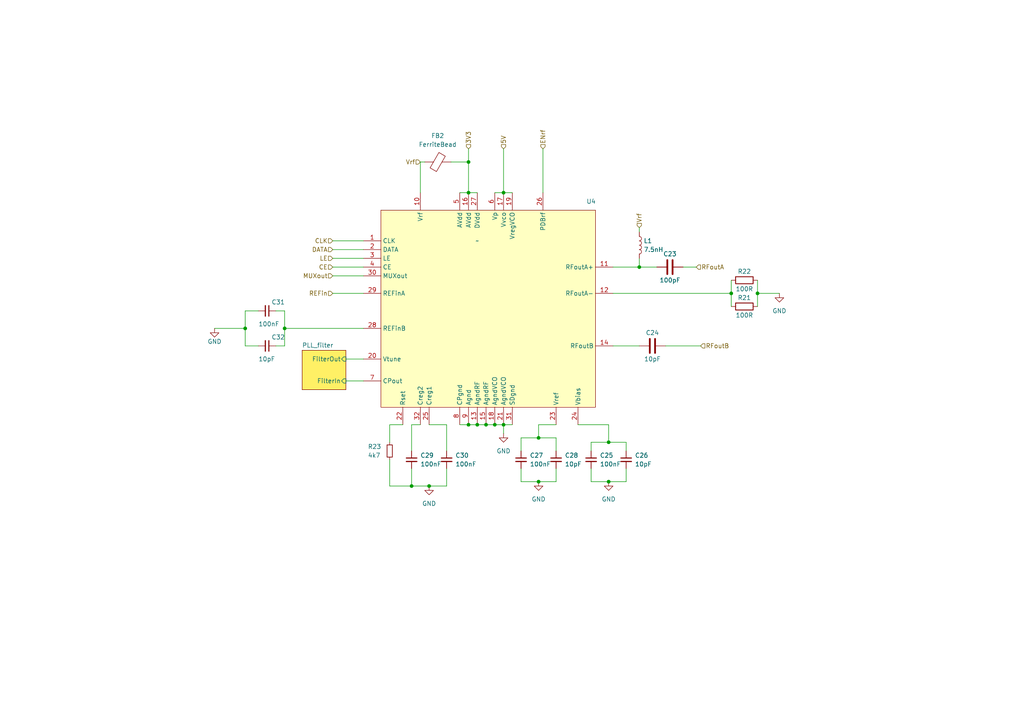
<source format=kicad_sch>
(kicad_sch (version 20230121) (generator eeschema)
  (paper "A4")
  (lib_symbols
    (symbol "ADF_5355_Lib:ADF5355"
      (property "Reference" "U" (at 44.45 35.56 0))
      (symbol "ADF5355_1_0"
        (pin passive line (at -35.56 20.32 0) (length 5.08) (name "CLK") (number "1"))
        (pin passive line (at -19.05 34.29 270) (length 5.08) (name "Vrf") (number "10"))
        (pin passive line (at 36.83 12.7 180) (length 5.08) (name "RFoutA+") (number "11"))
        (pin passive line (at 36.83 5.08 180) (length 5.08) (name "RFoutA-") (number "12"))
        (pin passive line (at -2.54 -33.02 90) (length 5.08) (name "AgndRF") (number "13"))
        (pin passive line (at 36.83 -10.16 180) (length 5.08) (name "RFoutB") (number "14"))
        (pin passive line (at 0 -33.02 90) (length 5.08) (name "AgndRF") (number "15"))
        (pin passive line (at -5.08 34.29 270) (length 5.08) (name "AVdd") (number "16"))
        (pin passive line (at 5.08 34.29 270) (length 5.08) (name "Vvco") (number "17"))
        (pin passive line (at 2.54 -33.02 90) (length 5.08) (name "AgndVCO") (number "18"))
        (pin passive line (at 7.62 34.29 270) (length 5.08) (name "VregVCO") (number "19"))
        (pin passive line (at -35.56 17.78 0) (length 5.08) (name "DATA") (number "2"))
        (pin passive line (at -35.56 -13.97 0) (length 5.08) (name "Vtune") (number "20"))
        (pin passive line (at 5.08 -33.02 90) (length 5.08) (name "AgndVCO") (number "21"))
        (pin passive line (at -24.13 -33.02 90) (length 5.08) (name "Rset") (number "22"))
        (pin passive line (at 20.32 -33.02 90) (length 5.08) (name "Vref") (number "23"))
        (pin passive line (at 26.67 -33.02 90) (length 5.08) (name "Vbias") (number "24"))
        (pin passive line (at -16.51 -33.02 90) (length 5.08) (name "Creg1") (number "25"))
        (pin passive line (at 16.51 34.29 270) (length 5.08) (name "PDBrf") (number "26"))
        (pin passive line (at -2.54 34.29 270) (length 5.08) (name "DVdd") (number "27"))
        (pin passive line (at -35.56 -5.08 0) (length 5.08) (name "REFinB") (number "28"))
        (pin passive line (at -35.56 5.08 0) (length 5.08) (name "REFinA") (number "29"))
        (pin passive line (at -35.56 15.24 0) (length 5.08) (name "LE") (number "3"))
        (pin passive line (at -35.56 10.16 0) (length 5.08) (name "MUXout") (number "30"))
        (pin passive line (at 7.62 -33.02 90) (length 5.08) (name "SDgnd") (number "31"))
        (pin passive line (at -19.05 -33.02 90) (length 5.08) (name "Creg2") (number "32"))
        (pin passive line (at -35.56 12.7 0) (length 5.08) (name "CE") (number "4"))
        (pin passive line (at -7.62 34.29 270) (length 5.08) (name "AVdd") (number "5"))
        (pin passive line (at 2.54 34.29 270) (length 5.08) (name "Vp") (number "6"))
        (pin passive line (at -35.56 -20.32 0) (length 5.08) (name "CPout") (number "7"))
        (pin passive line (at -7.62 -33.02 90) (length 5.08) (name "CPgnd") (number "8"))
        (pin passive line (at -5.08 -33.02 90) (length 5.08) (name "Agnd") (number "9"))
      )
      (symbol "ADF5355_1_1"
        (rectangle (start -30.48 29.21) (end 31.75 -27.94) (fill (type background)))
      )
    )
    (symbol "Device:C" (pin_numbers hide) (pin_names (offset 0.254))
      (property "Reference" "C" (at 0.635 2.54 0))
      (property "Value" "C" (at 0.635 -2.54 0))
      (symbol "C_0_1"
        (polyline (pts (xy -2.032 -0.762) (xy 2.032 -0.762)) (stroke (width 0.508)))
        (polyline (pts (xy -2.032 0.762) (xy 2.032 0.762)) (stroke (width 0.508)))
      )
      (symbol "C_1_1"
        (pin passive line (at 0 3.81 270) (length 2.794) (name "~") (number "1"))
        (pin passive line (at 0 -3.81 90) (length 2.794) (name "~") (number "2"))
      )
    )
    (symbol "Device:C_Small" (pin_numbers hide) (pin_names (offset 0.254) hide)
      (property "Reference" "C" (at 0.254 1.778 0))
      (property "Value" "C_Small" (at 0.254 -2.032 0))
      (symbol "C_Small_0_1"
        (polyline (pts (xy -1.524 -0.508) (xy 1.524 -0.508)) (stroke (width 0.3302)))
        (polyline (pts (xy -1.524 0.508) (xy 1.524 0.508)) (stroke (width 0.3048)))
      )
      (symbol "C_Small_1_1"
        (pin passive line (at 0 2.54 270) (length 2.032) (name "~") (number "1"))
        (pin passive line (at 0 -2.54 90) (length 2.032) (name "~") (number "2"))
      )
    )
    (symbol "Device:FerriteBead" (pin_numbers hide) (pin_names (offset 0))
      (property "Reference" "FB" (at -3.81 0.635 90))
      (property "Value" "FerriteBead" (at 3.81 0 90))
      (symbol "FerriteBead_0_1"
        (polyline (pts (xy 0 -1.27) (xy 0 -1.2192)))
        (polyline (pts (xy 0 1.27) (xy 0 1.2954)))
        (polyline (pts (xy -2.7686 0.4064) (xy -1.7018 2.2606) (xy 2.7686 -0.3048) (xy 1.6764 -2.159) (xy -2.7686 0.4064)))
      )
      (symbol "FerriteBead_1_1"
        (pin passive line (at 0 3.81 270) (length 2.54) (name "~") (number "1"))
        (pin passive line (at 0 -3.81 90) (length 2.54) (name "~") (number "2"))
      )
    )
    (symbol "Device:L" (pin_numbers hide) (pin_names (offset 1.016) hide)
      (property "Reference" "L" (at -1.27 0 90))
      (property "Value" "L" (at 1.905 0 90))
      (symbol "L_0_1"
        (arc (start 0 -2.54) (mid 0.6323 -1.905) (end 0 -1.27))
        (arc (start 0 -1.27) (mid 0.6323 -0.635) (end 0 0))
        (arc (start 0 0) (mid 0.6323 0.635) (end 0 1.27))
        (arc (start 0 1.27) (mid 0.6323 1.905) (end 0 2.54))
      )
      (symbol "L_1_1"
        (pin passive line (at 0 3.81 270) (length 1.27) (name "1") (number "1"))
        (pin passive line (at 0 -3.81 90) (length 1.27) (name "2") (number "2"))
      )
    )
    (symbol "Device:R" (pin_numbers hide) (pin_names (offset 0))
      (property "Reference" "R" (at 2.032 0 90))
      (property "Value" "R" (at 0 0 90))
      (symbol "R_0_1"
        (rectangle (start -1.016 -2.54) (end 1.016 2.54) (stroke (width 0.254)))
      )
      (symbol "R_1_1"
        (pin passive line (at 0 3.81 270) (length 1.27) (name "~") (number "1"))
        (pin passive line (at 0 -3.81 90) (length 1.27) (name "~") (number "2"))
      )
    )
    (symbol "Device:R_Small" (pin_numbers hide) (pin_names (offset 0.254) hide)
      (property "Reference" "R" (at 0.762 0.508 0))
      (property "Value" "R_Small" (at 0.762 -1.016 0))
      (symbol "R_Small_0_1"
        (rectangle (start -0.762 1.778) (end 0.762 -1.778) (stroke (width 0.2032)))
      )
      (symbol "R_Small_1_1"
        (pin passive line (at 0 2.54 270) (length 0.762) (name "~") (number "1"))
        (pin passive line (at 0 -2.54 90) (length 0.762) (name "~") (number "2"))
      )
    )
    (symbol "power:GND" (power) (pin_names (offset 0))
      (property "Value" "GND" (at 0 -3.81 0))
      (symbol "GND_0_1"
        (polyline (pts (xy 0 0) (xy 0 -1.27) (xy 1.27 -1.27) (xy 0 -2.54) (xy -1.27 -1.27) (xy 0 -1.27)))
      )
      (symbol "GND_1_1"
        (pin power_in line (at 0 0 270) (length 0) hide (name "GND") (number "1"))
      )
    )
  )
  (junction (at 135.89 123.19))
  (junction (at 146.05 55.88))
  (junction (at 176.53 139.7))
  (junction (at 156.21 139.7))
  (junction (at 219.71 85.09))
  (junction (at 146.05 123.19))
  (junction (at 176.53 128.27))
  (junction (at 71.12 95.25))
  (junction (at 156.21 127))
  (junction (at 119.38 140.97))
  (junction (at 143.51 123.19))
  (junction (at 185.42 77.47))
  (junction (at 138.43 123.19))
  (junction (at 124.46 140.97))
  (junction (at 135.89 46.99))
  (junction (at 140.97 123.19))
  (junction (at 212.09 85.09))
  (junction (at 82.55 95.25))
  (junction (at 135.89 55.88))
  (wire (pts (xy 121.92 46.99) (xy 121.92 55.88)))
  (wire (pts (xy 135.89 55.88) (xy 138.43 55.88)))
  (wire (pts (xy 177.8 85.09) (xy 212.09 85.09)))
  (wire (pts (xy 143.51 55.88) (xy 146.05 55.88)))
  (wire (pts (xy 96.52 72.39) (xy 105.41 72.39)))
  (wire (pts (xy 71.12 90.17) (xy 71.12 95.25)))
  (wire (pts (xy 219.71 85.09) (xy 226.06 85.09)))
  (wire (pts (xy 74.93 90.17) (xy 71.12 90.17)))
  (wire (pts (xy 167.64 123.19) (xy 176.53 123.19)))
  (wire (pts (xy 119.38 135.89) (xy 119.38 140.97)))
  (wire (pts (xy 146.05 43.18) (xy 146.05 55.88)))
  (wire (pts (xy 171.45 139.7) (xy 176.53 139.7)))
  (wire (pts (xy 176.53 123.19) (xy 176.53 128.27)))
  (wire (pts (xy 146.05 125.73) (xy 146.05 123.19)))
  (wire (pts (xy 113.03 133.35) (xy 113.03 140.97)))
  (wire (pts (xy 161.29 123.19) (xy 156.21 123.19)))
  (wire (pts (xy 146.05 55.88) (xy 148.59 55.88)))
  (wire (pts (xy 161.29 127) (xy 161.29 130.81)))
  (wire (pts (xy 185.42 77.47) (xy 190.5 77.47)))
  (wire (pts (xy 212.09 81.28) (xy 212.09 85.09)))
  (wire (pts (xy 219.71 81.28) (xy 219.71 85.09)))
  (wire (pts (xy 156.21 127) (xy 161.29 127)))
  (wire (pts (xy 185.42 74.93) (xy 185.42 77.47)))
  (wire (pts (xy 82.55 90.17) (xy 82.55 95.25)))
  (wire (pts (xy 176.53 139.7) (xy 181.61 139.7)))
  (wire (pts (xy 151.13 135.89) (xy 151.13 139.7)))
  (wire (pts (xy 161.29 139.7) (xy 161.29 135.89)))
  (wire (pts (xy 171.45 128.27) (xy 176.53 128.27)))
  (wire (pts (xy 157.48 43.18) (xy 157.48 55.88)))
  (wire (pts (xy 113.03 123.19) (xy 113.03 128.27)))
  (wire (pts (xy 156.21 139.7) (xy 161.29 139.7)))
  (wire (pts (xy 62.23 95.25) (xy 71.12 95.25)))
  (wire (pts (xy 119.38 140.97) (xy 124.46 140.97)))
  (wire (pts (xy 135.89 123.19) (xy 138.43 123.19)))
  (wire (pts (xy 105.41 95.25) (xy 82.55 95.25)))
  (wire (pts (xy 121.92 123.19) (xy 119.38 123.19)))
  (wire (pts (xy 177.8 77.47) (xy 185.42 77.47)))
  (wire (pts (xy 185.42 100.33) (xy 177.8 100.33)))
  (wire (pts (xy 212.09 85.09) (xy 212.09 88.9)))
  (wire (pts (xy 181.61 139.7) (xy 181.61 135.89)))
  (wire (pts (xy 100.33 110.49) (xy 105.41 110.49)))
  (wire (pts (xy 151.13 139.7) (xy 156.21 139.7)))
  (wire (pts (xy 133.35 55.88) (xy 135.89 55.88)))
  (wire (pts (xy 96.52 85.09) (xy 105.41 85.09)))
  (wire (pts (xy 80.01 90.17) (xy 82.55 90.17)))
  (wire (pts (xy 171.45 135.89) (xy 171.45 139.7)))
  (wire (pts (xy 124.46 123.19) (xy 129.54 123.19)))
  (wire (pts (xy 129.54 123.19) (xy 129.54 130.81)))
  (wire (pts (xy 124.46 140.97) (xy 129.54 140.97)))
  (wire (pts (xy 171.45 130.81) (xy 171.45 128.27)))
  (wire (pts (xy 138.43 123.19) (xy 140.97 123.19)))
  (wire (pts (xy 185.42 67.31) (xy 185.42 66.04)))
  (wire (pts (xy 82.55 95.25) (xy 82.55 100.33)))
  (wire (pts (xy 100.33 104.14) (xy 105.41 104.14)))
  (wire (pts (xy 96.52 77.47) (xy 105.41 77.47)))
  (wire (pts (xy 135.89 46.99) (xy 135.89 55.88)))
  (wire (pts (xy 113.03 140.97) (xy 119.38 140.97)))
  (wire (pts (xy 96.52 74.93) (xy 105.41 74.93)))
  (wire (pts (xy 96.52 80.01) (xy 105.41 80.01)))
  (wire (pts (xy 133.35 123.19) (xy 135.89 123.19)))
  (wire (pts (xy 140.97 123.19) (xy 143.51 123.19)))
  (wire (pts (xy 219.71 85.09) (xy 219.71 88.9)))
  (wire (pts (xy 151.13 130.81) (xy 151.13 127)))
  (wire (pts (xy 123.19 46.99) (xy 121.92 46.99)))
  (wire (pts (xy 71.12 95.25) (xy 71.12 100.33)))
  (wire (pts (xy 143.51 123.19) (xy 146.05 123.19)))
  (wire (pts (xy 198.12 77.47) (xy 201.93 77.47)))
  (wire (pts (xy 129.54 140.97) (xy 129.54 135.89)))
  (wire (pts (xy 176.53 128.27) (xy 181.61 128.27)))
  (wire (pts (xy 96.52 69.85) (xy 105.41 69.85)))
  (wire (pts (xy 151.13 127) (xy 156.21 127)))
  (wire (pts (xy 82.55 100.33) (xy 80.01 100.33)))
  (wire (pts (xy 119.38 123.19) (xy 119.38 130.81)))
  (wire (pts (xy 71.12 100.33) (xy 74.93 100.33)))
  (wire (pts (xy 146.05 123.19) (xy 148.59 123.19)))
  (wire (pts (xy 116.84 123.19) (xy 113.03 123.19)))
  (wire (pts (xy 156.21 123.19) (xy 156.21 127)))
  (wire (pts (xy 193.04 100.33) (xy 203.2 100.33)))
  (wire (pts (xy 135.89 43.18) (xy 135.89 46.99)))
  (wire (pts (xy 181.61 128.27) (xy 181.61 130.81)))
  (wire (pts (xy 130.81 46.99) (xy 135.89 46.99)))
  (hierarchical_label "DATA" (shape input) (at 96.52 72.39 180))
  (hierarchical_label "ENrf" (shape input) (at 157.48 43.18 90))
  (hierarchical_label "5V" (shape input) (at 146.05 43.18 90))
  (hierarchical_label "CLK" (shape input) (at 96.52 69.85 180))
  (hierarchical_label "Vrf" (shape input) (at 121.92 46.99 180))
  (hierarchical_label "Vrf" (shape input) (at 185.42 66.04 90))
  (hierarchical_label "MUXout" (shape input) (at 96.52 80.01 180))
  (hierarchical_label "LE" (shape input) (at 96.52 74.93 180))
  (hierarchical_label "CE" (shape input) (at 96.52 77.47 180))
  (hierarchical_label "REFin" (shape input) (at 96.52 85.09 180))
  (hierarchical_label "RFoutA" (shape input) (at 201.93 77.47 0))
  (hierarchical_label "RFoutB" (shape input) (at 203.2 100.33 0))
  (hierarchical_label "3V3" (shape input) (at 135.89 43.18 90))
  (symbol (lib_id "power:GND") (at 156.21 139.7 0) (unit 1)
    (property "Reference" "#PWR035" (effects hide))
    (property "Value" "GND" (at 156.21 144.78 0))
  )
  (symbol (lib_id "power:GND") (at 62.23 95.25 0) (unit 1)
    (property "Reference" "#PWR038" (effects hide))
    (property "Value" "GND" (at 62.23 99.06 0))
  )
  (symbol (lib_id "ADF_5355_Lib:ADF5355") (at 140.97 90.17 0) (unit 1)
    (property "Reference" "U4" (at 171.45 58.42 0))
    (property "Value" "~" (at 138.43 69.85 0))
  )
  (symbol (lib_id "Device:L") (at 185.42 71.12 0) (unit 1)
    (property "Reference" "L1" (at 186.69 69.85 0) (effects (justify left)))
    (property "Value" "7.5nH" (at 186.69 72.39 0) (effects (justify left)))
  )
  (symbol (lib_id "Device:R_Small") (at 113.03 130.81 0) (unit 1)
    (property "Reference" "R23" (at 106.68 129.54 0) (effects (justify left)))
    (property "Value" "4k7" (at 106.68 132.08 0) (effects (justify left)))
  )
  (symbol (lib_id "Device:R") (at 215.9 88.9 90) (unit 1)
    (property "Reference" "R21" (at 215.9 86.36 90))
    (property "Value" "100R" (at 215.9 91.44 90))
  )
  (symbol (lib_id "Device:R") (at 215.9 81.28 90) (unit 1)
    (property "Reference" "R22" (at 215.9 78.74 90))
    (property "Value" "100R" (at 215.9 83.82 90))
  )
  (symbol (lib_id "Device:C_Small") (at 77.47 100.33 270) (unit 1)
    (property "Reference" "C32" (at 78.74 97.79 90) (effects (justify left)))
    (property "Value" "10pF" (at 74.93 104.14 90) (effects (justify left)))
  )
  (symbol (lib_id "Device:C") (at 189.23 100.33 90) (unit 1)
    (property "Reference" "C24" (at 189.23 96.52 90))
    (property "Value" "10pF" (at 189.23 104.14 90))
  )
  (symbol (lib_id "power:GND") (at 226.06 85.09 0) (unit 1)
    (property "Reference" "#PWR034" (effects hide))
    (property "Value" "GND" (at 226.06 90.17 0))
  )
  (symbol (lib_id "power:GND") (at 124.46 140.97 0) (unit 1)
    (property "Reference" "#PWR037" (effects hide))
    (property "Value" "GND" (at 124.46 146.05 0))
  )
  (symbol (lib_id "Device:C_Small") (at 119.38 133.35 0) (unit 1)
    (property "Reference" "C29" (at 121.92 132.0863 0) (effects (justify left)))
    (property "Value" "100nF" (at 121.92 134.6263 0) (effects (justify left)))
  )
  (symbol (lib_id "Device:C_Small") (at 171.45 133.35 0) (unit 1)
    (property "Reference" "C25" (at 173.99 132.0863 0) (effects (justify left)))
    (property "Value" "100nF" (at 173.99 134.6263 0) (effects (justify left)))
  )
  (symbol (lib_id "power:GND") (at 176.53 139.7 0) (unit 1)
    (property "Reference" "#PWR036" (effects hide))
    (property "Value" "GND" (at 176.53 144.78 0))
  )
  (symbol (lib_id "Device:C_Small") (at 129.54 133.35 0) (unit 1)
    (property "Reference" "C30" (at 132.08 132.0863 0) (effects (justify left)))
    (property "Value" "100nF" (at 132.08 134.6263 0) (effects (justify left)))
  )
  (symbol (lib_id "power:GND") (at 146.05 125.73 0) (unit 1)
    (property "Reference" "#PWR033" (effects hide))
    (property "Value" "GND" (at 146.05 130.81 0))
  )
  (symbol (lib_id "Device:C_Small") (at 181.61 133.35 0) (unit 1)
    (property "Reference" "C26" (at 184.15 132.0863 0) (effects (justify left)))
    (property "Value" "10pF" (at 184.15 134.6263 0) (effects (justify left)))
  )
  (symbol (lib_id "Device:C_Small") (at 161.29 133.35 0) (unit 1)
    (property "Reference" "C28" (at 163.83 132.08 0) (effects (justify left)))
    (property "Value" "10pF" (at 163.83 134.62 0) (effects (justify left)))
  )
  (symbol (lib_id "Device:FerriteBead") (at 127 46.99 90) (unit 1)
    (property "Reference" "FB2" (at 126.9492 39.37 90))
    (property "Value" "FerriteBead" (at 126.9492 41.91 90))
  )
  (symbol (lib_id "Device:C_Small") (at 151.13 133.35 0) (unit 1)
    (property "Reference" "C27" (at 153.67 132.0863 0) (effects (justify left)))
    (property "Value" "100nF" (at 153.67 134.6263 0) (effects (justify left)))
  )
  (symbol (lib_id "Device:C") (at 194.31 77.47 90) (unit 1)
    (property "Reference" "C23" (at 194.31 73.66 90))
    (property "Value" "100pF" (at 194.31 81.28 90))
  )
  (symbol (lib_id "Device:C_Small") (at 77.47 90.17 270) (unit 1)
    (property "Reference" "C31" (at 78.74 87.63 90) (effects (justify left)))
    (property "Value" "100nF" (at 74.93 93.98 90) (effects (justify left)))
  )
  (sheet (at 87.63 101.6) (size 12.7 11.43) (stroke (width 0.1524)) (fill (color 255 240 101 1.0000))
    (property "Sheetname" "PLL_filter" (at 87.63 100.8884 0) (effects (justify left bottom)))
    (property "Sheetfile" "PLL_filter.kicad_sch" (effects hide))
    (pin "FilterOut" input (at 100.33 104.14 0))
    (pin "FilterIn" input (at 100.33 110.49 0))
  )
)
</source>
